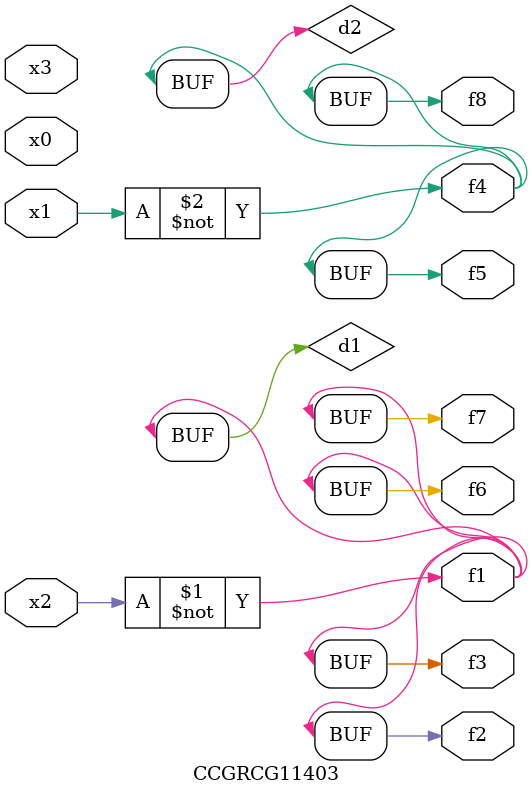
<source format=v>
module CCGRCG11403(
	input x0, x1, x2, x3,
	output f1, f2, f3, f4, f5, f6, f7, f8
);

	wire d1, d2;

	xnor (d1, x2);
	not (d2, x1);
	assign f1 = d1;
	assign f2 = d1;
	assign f3 = d1;
	assign f4 = d2;
	assign f5 = d2;
	assign f6 = d1;
	assign f7 = d1;
	assign f8 = d2;
endmodule

</source>
